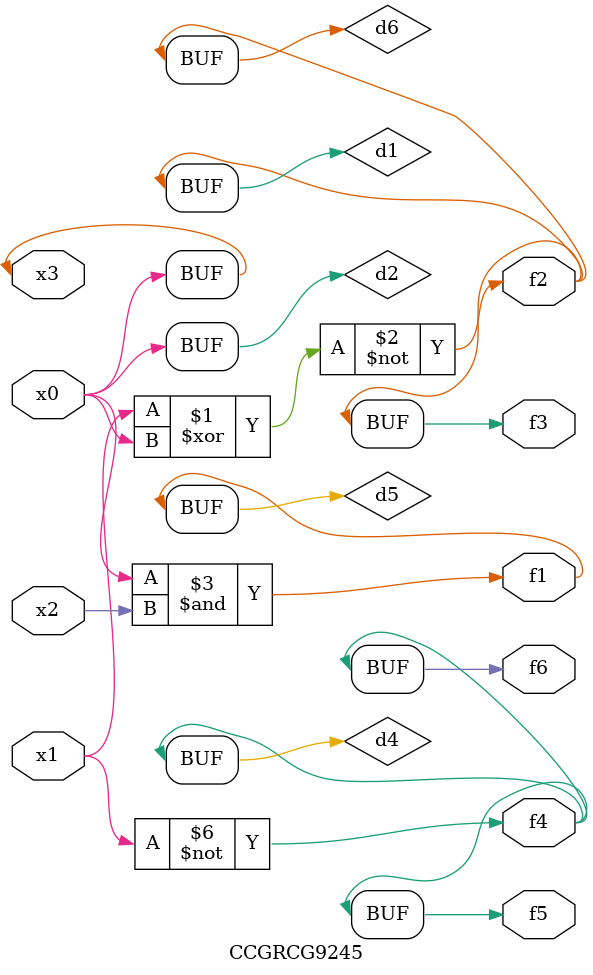
<source format=v>
module CCGRCG9245(
	input x0, x1, x2, x3,
	output f1, f2, f3, f4, f5, f6
);

	wire d1, d2, d3, d4, d5, d6;

	xnor (d1, x1, x3);
	buf (d2, x0, x3);
	nand (d3, x0, x2);
	not (d4, x1);
	nand (d5, d3);
	or (d6, d1);
	assign f1 = d5;
	assign f2 = d6;
	assign f3 = d6;
	assign f4 = d4;
	assign f5 = d4;
	assign f6 = d4;
endmodule

</source>
